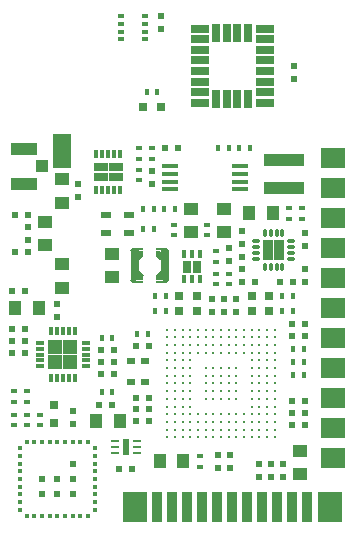
<source format=gts>
G04 #@! TF.FileFunction,Soldermask,Top*
%FSLAX46Y46*%
G04 Gerber Fmt 4.6, Leading zero omitted, Abs format (unit mm)*
G04 Created by KiCad (PCBNEW 4.0.2+dfsg1-stable) date Mo 03 Apr 2017 04:54:38 CEST*
%MOMM*%
G01*
G04 APERTURE LIST*
%ADD10C,0.100000*%
%ADD11R,0.900000X0.500000*%
%ADD12R,2.032000X1.727200*%
%ADD13R,0.600000X0.500000*%
%ADD14R,1.450000X0.450000*%
%ADD15R,0.800000X0.600000*%
%ADD16R,0.500000X0.600000*%
%ADD17R,0.500000X0.350000*%
%ADD18R,0.400000X0.600000*%
%ADD19R,0.600000X0.400000*%
%ADD20O,0.750000X0.300000*%
%ADD21O,0.300000X0.750000*%
%ADD22R,0.900000X0.900000*%
%ADD23R,1.000000X1.250000*%
%ADD24R,0.300000X0.650000*%
%ADD25R,1.240000X0.775000*%
%ADD26R,0.300000X0.400000*%
%ADD27R,0.400000X0.300000*%
%ADD28R,0.500000X0.500000*%
%ADD29R,0.300000X0.730000*%
%ADD30R,0.730000X0.300000*%
%ADD31R,1.250000X1.250000*%
%ADD32R,0.350000X0.650000*%
%ADD33R,0.800000X1.000000*%
%ADD34R,1.250000X1.000000*%
%ADD35R,0.797560X0.797560*%
%ADD36R,0.762000X2.540000*%
%ADD37R,0.889000X0.254000*%
%ADD38R,0.381000X0.444500*%
%ADD39C,0.300000*%
%ADD40R,2.120000X2.500000*%
%ADD41R,0.850000X2.500000*%
%ADD42R,1.600000X0.700000*%
%ADD43R,0.700000X1.600000*%
%ADD44R,1.500000X3.000000*%
%ADD45R,0.700000X0.250000*%
%ADD46R,0.610000X0.710000*%
%ADD47R,2.200000X1.050000*%
%ADD48R,1.050000X1.000000*%
%ADD49R,3.400000X0.980000*%
G04 APERTURE END LIST*
D10*
D11*
X57900000Y-99050000D03*
X57900000Y-97550000D03*
D12*
X75100000Y-118100000D03*
X75100000Y-115560000D03*
X75100000Y-113020000D03*
X75100000Y-110480000D03*
X75100000Y-107940000D03*
X75100000Y-105400000D03*
X75100000Y-102860000D03*
X75100000Y-100320000D03*
X75100000Y-97780000D03*
X75100000Y-95240000D03*
X75100000Y-92700000D03*
D13*
X58150000Y-119000000D03*
X57050000Y-119000000D03*
D14*
X67250000Y-95375000D03*
X67250000Y-94725000D03*
X67250000Y-94075000D03*
X67250000Y-93425000D03*
X61350000Y-93425000D03*
X61350000Y-94075000D03*
X61350000Y-94725000D03*
X61350000Y-95375000D03*
D13*
X58450000Y-108650000D03*
X59550000Y-108650000D03*
D15*
X58000000Y-109900000D03*
X59200000Y-109900000D03*
X58000000Y-111700000D03*
X59200000Y-111700000D03*
D13*
X58450000Y-115000000D03*
X59550000Y-115000000D03*
D16*
X60570000Y-81800000D03*
X60570000Y-80700000D03*
D17*
X59195000Y-82675000D03*
X59195000Y-82025000D03*
X59195000Y-81375000D03*
X59195000Y-80725000D03*
X57145000Y-82675000D03*
X57145000Y-82025000D03*
X57145000Y-81375000D03*
X57145000Y-80725000D03*
D18*
X55550000Y-107950000D03*
X56450000Y-107950000D03*
D19*
X59800000Y-91900000D03*
X59800000Y-92800000D03*
X66300000Y-102500000D03*
X66300000Y-103400000D03*
D16*
X66300000Y-100350000D03*
X66300000Y-101450000D03*
D20*
X68625000Y-99750000D03*
X68625000Y-100250000D03*
X68625000Y-100750000D03*
X68625000Y-101250000D03*
D21*
X69350000Y-101975000D03*
X69850000Y-101975000D03*
X70350000Y-101975000D03*
X70850000Y-101975000D03*
D20*
X71575000Y-101250000D03*
X71575000Y-100750000D03*
X71575000Y-100250000D03*
X71575000Y-99750000D03*
D21*
X70850000Y-99025000D03*
X70350000Y-99025000D03*
X69850000Y-99025000D03*
X69350000Y-99025000D03*
D22*
X70550000Y-100950000D03*
X70550000Y-100050000D03*
X69650000Y-100950000D03*
X69650000Y-100050000D03*
D23*
X70050000Y-97400000D03*
X68050000Y-97400000D03*
D24*
X55100000Y-95450000D03*
X55600000Y-95450000D03*
X56100000Y-95450000D03*
X56600000Y-95450000D03*
X57100000Y-95450000D03*
X57100000Y-92350000D03*
X56600000Y-92350000D03*
X56100000Y-92350000D03*
X55600000Y-92350000D03*
X55100000Y-92350000D03*
D25*
X56720000Y-93512500D03*
X55480000Y-93512500D03*
X56720000Y-94287500D03*
X55480000Y-94287500D03*
D16*
X59800000Y-93800000D03*
X59800000Y-94900000D03*
D19*
X58700000Y-94600000D03*
X58700000Y-93700000D03*
D18*
X59950000Y-98700000D03*
X59050000Y-98700000D03*
D26*
X49200000Y-123050000D03*
X49850000Y-123050000D03*
X50500000Y-123050000D03*
X51150000Y-123050000D03*
X51800000Y-123050000D03*
X52450000Y-123050000D03*
X53100000Y-123050000D03*
X53750000Y-123050000D03*
X54400000Y-123050000D03*
D27*
X54950000Y-121850000D03*
X54950000Y-121200000D03*
X54950000Y-120550000D03*
X54950000Y-119900000D03*
X54950000Y-119250000D03*
X54950000Y-118600000D03*
X54950000Y-117950000D03*
X54950000Y-117300000D03*
D26*
X54400000Y-116750000D03*
D27*
X54950000Y-122500000D03*
D26*
X53750000Y-116750000D03*
X53100000Y-116750000D03*
X52450000Y-116750000D03*
X51800000Y-116750000D03*
X51150000Y-116750000D03*
X50500000Y-116750000D03*
X49850000Y-116750000D03*
X49200000Y-116750000D03*
D27*
X48650000Y-117300000D03*
X48650000Y-117950000D03*
X48650000Y-118600000D03*
X48650000Y-119250000D03*
X48650000Y-119900000D03*
X48650000Y-120550000D03*
X48650000Y-121200000D03*
X48650000Y-121850000D03*
X48650000Y-122500000D03*
D28*
X51800000Y-119900000D03*
X51800000Y-121200000D03*
X50500000Y-119900000D03*
X50500000Y-121200000D03*
X53100000Y-119900000D03*
X53100000Y-121200000D03*
X53100000Y-118600000D03*
D13*
X49050000Y-108200000D03*
X47950000Y-108200000D03*
X71700000Y-107800000D03*
X72800000Y-107800000D03*
D16*
X53100000Y-115250000D03*
X53100000Y-114150000D03*
D19*
X49200000Y-112450000D03*
X49200000Y-113350000D03*
D18*
X60100000Y-104400000D03*
X61000000Y-104400000D03*
D13*
X56550000Y-111000000D03*
X55450000Y-111000000D03*
D19*
X48100000Y-114450000D03*
X48100000Y-115350000D03*
X50300000Y-114450000D03*
X50300000Y-115350000D03*
X48100000Y-112450000D03*
X48100000Y-113350000D03*
D29*
X53250000Y-107385000D03*
X52750000Y-107385000D03*
X52250000Y-107385000D03*
X51750000Y-107385000D03*
X51250000Y-107385000D03*
D30*
X50285000Y-108350000D03*
X50285000Y-108850000D03*
X50285000Y-109350000D03*
X50285000Y-109850000D03*
X50285000Y-110350000D03*
D29*
X51250000Y-111315000D03*
X51750000Y-111315000D03*
X52250000Y-111315000D03*
X52750000Y-111315000D03*
X53250000Y-111315000D03*
D30*
X54215000Y-110350000D03*
X54215000Y-109850000D03*
X54215000Y-109350000D03*
X54215000Y-108850000D03*
X54215000Y-108350000D03*
D31*
X51625000Y-109975000D03*
X52875000Y-109975000D03*
X51625000Y-108725000D03*
X52875000Y-108725000D03*
D32*
X62550000Y-102950000D03*
X63200000Y-102950000D03*
X63850000Y-102950000D03*
X63850000Y-100850000D03*
X63200000Y-100850000D03*
X62550000Y-100850000D03*
D33*
X63600000Y-101900000D03*
X62800000Y-101900000D03*
D13*
X60900000Y-91900000D03*
X62000000Y-91900000D03*
D34*
X63100000Y-99000000D03*
X63100000Y-97000000D03*
X56400000Y-102800000D03*
X56400000Y-100800000D03*
D16*
X67400000Y-99950000D03*
X67400000Y-98850000D03*
X67400000Y-101050000D03*
X67400000Y-102150000D03*
X72800000Y-100150000D03*
X72800000Y-99050000D03*
D13*
X68550000Y-103200000D03*
X67450000Y-103200000D03*
X70650000Y-103200000D03*
X71750000Y-103200000D03*
D16*
X72800000Y-102100000D03*
X72800000Y-103200000D03*
D13*
X49050000Y-107200000D03*
X47950000Y-107200000D03*
X49050000Y-109200000D03*
X47950000Y-109200000D03*
X56550000Y-109000000D03*
X55450000Y-109000000D03*
X49050000Y-104000000D03*
X47950000Y-104000000D03*
D16*
X51750000Y-105050000D03*
X51750000Y-106150000D03*
D13*
X55350000Y-113600000D03*
X56450000Y-113600000D03*
D16*
X68900000Y-118650000D03*
X68900000Y-119750000D03*
X69900000Y-118650000D03*
X69900000Y-119750000D03*
X70900000Y-118650000D03*
X70900000Y-119750000D03*
D13*
X59550000Y-113000000D03*
X58450000Y-113000000D03*
D16*
X64900000Y-105750000D03*
X64900000Y-104650000D03*
D13*
X71700000Y-106800000D03*
X72800000Y-106800000D03*
D16*
X65400000Y-117850000D03*
X65400000Y-118950000D03*
D13*
X71700000Y-114300000D03*
X72800000Y-114300000D03*
D16*
X66900000Y-105750000D03*
X66900000Y-104650000D03*
X66400000Y-117850000D03*
X66400000Y-118950000D03*
D13*
X71700000Y-113300000D03*
X72800000Y-113300000D03*
D16*
X65900000Y-105750000D03*
X65900000Y-104650000D03*
D13*
X58450000Y-114000000D03*
X59550000Y-114000000D03*
X71700000Y-115300000D03*
X72800000Y-115300000D03*
D35*
X69749300Y-105700000D03*
X68250700Y-105700000D03*
X69749300Y-104400000D03*
X68250700Y-104400000D03*
X62100000Y-104400000D03*
X63598600Y-104400000D03*
X62100000Y-105700000D03*
X63598600Y-105700000D03*
X51500000Y-115149300D03*
X51500000Y-113650700D03*
D19*
X58700000Y-92800000D03*
X58700000Y-91900000D03*
X71400000Y-96950000D03*
X71400000Y-97850000D03*
X72500000Y-97850000D03*
X72500000Y-96950000D03*
X64500000Y-98350000D03*
X64500000Y-99250000D03*
X65200000Y-100600000D03*
X65200000Y-101500000D03*
D18*
X71750000Y-105700000D03*
X70850000Y-105700000D03*
X60100000Y-105700000D03*
X61000000Y-105700000D03*
X71750000Y-111100000D03*
X72650000Y-111100000D03*
D11*
X55900000Y-97550000D03*
X55900000Y-99050000D03*
D13*
X56550000Y-110000000D03*
X55450000Y-110000000D03*
D18*
X55550000Y-112550000D03*
X56450000Y-112550000D03*
D34*
X72300000Y-117500000D03*
X72300000Y-119500000D03*
X65900000Y-97000000D03*
X65900000Y-99000000D03*
D18*
X61750000Y-97000000D03*
X60850000Y-97000000D03*
X72650000Y-110000000D03*
X71750000Y-110000000D03*
D36*
X60870000Y-101800000D03*
X58330000Y-101800000D03*
D37*
X60552500Y-103197000D03*
X60552500Y-100403000D03*
X58647500Y-103197000D03*
X58647500Y-100403000D03*
D38*
X60298500Y-100752250D03*
X58901500Y-100752250D03*
X58901500Y-102847750D03*
X60298500Y-102847750D03*
D10*
G36*
X60997000Y-100276038D02*
X61250962Y-100530000D01*
X60997000Y-100783962D01*
X60743038Y-100530000D01*
X60997000Y-100276038D01*
X60997000Y-100276038D01*
G37*
G36*
X60997000Y-102816038D02*
X61250962Y-103070000D01*
X60997000Y-103323962D01*
X60743038Y-103070000D01*
X60997000Y-102816038D01*
X60997000Y-102816038D01*
G37*
G36*
X58203000Y-102816038D02*
X58456962Y-103070000D01*
X58203000Y-103323962D01*
X57949038Y-103070000D01*
X58203000Y-102816038D01*
X58203000Y-102816038D01*
G37*
G36*
X58203000Y-100276038D02*
X58456962Y-100530000D01*
X58203000Y-100783962D01*
X57949038Y-100530000D01*
X58203000Y-100276038D01*
X58203000Y-100276038D01*
G37*
G36*
X60489000Y-100593737D02*
X60869763Y-100974500D01*
X60489000Y-101355263D01*
X60108237Y-100974500D01*
X60489000Y-100593737D01*
X60489000Y-100593737D01*
G37*
G36*
X60489000Y-102244737D02*
X60869763Y-102625500D01*
X60489000Y-103006263D01*
X60108237Y-102625500D01*
X60489000Y-102244737D01*
X60489000Y-102244737D01*
G37*
G36*
X58711000Y-102244737D02*
X59091763Y-102625500D01*
X58711000Y-103006263D01*
X58330237Y-102625500D01*
X58711000Y-102244737D01*
X58711000Y-102244737D01*
G37*
G36*
X58711000Y-100593737D02*
X59091763Y-100974500D01*
X58711000Y-101355263D01*
X58330237Y-100974500D01*
X58711000Y-100593737D01*
X58711000Y-100593737D01*
G37*
D23*
X55100000Y-115000000D03*
X57100000Y-115000000D03*
D18*
X71750000Y-108900000D03*
X72650000Y-108900000D03*
X67200000Y-91900000D03*
X68100000Y-91900000D03*
X65387530Y-91900000D03*
X66287530Y-91900000D03*
D39*
X65650000Y-111800000D03*
X66300000Y-111800000D03*
X66300000Y-112450000D03*
X65650000Y-112450000D03*
X65000000Y-112450000D03*
X65000000Y-111800000D03*
X65000000Y-111150000D03*
X65650000Y-111150000D03*
X66300000Y-111150000D03*
X66950000Y-111150000D03*
X66950000Y-111800000D03*
X66950000Y-112450000D03*
X66950000Y-113100000D03*
X66300000Y-113100000D03*
X65650000Y-113100000D03*
X65000000Y-113100000D03*
X64350000Y-113100000D03*
X64350000Y-112450000D03*
X64350000Y-111800000D03*
X64350000Y-111150000D03*
X64350000Y-110500000D03*
X65000000Y-110500000D03*
X65650000Y-110500000D03*
X66300000Y-110500000D03*
X66950000Y-110500000D03*
X68250000Y-114400000D03*
X68250000Y-113750000D03*
X68250000Y-113100000D03*
X68250000Y-112450000D03*
X68250000Y-111800000D03*
X68250000Y-115050000D03*
X68250000Y-115700000D03*
X68250000Y-116350000D03*
X68900000Y-113100000D03*
X69550000Y-113100000D03*
X70200000Y-113100000D03*
X70200000Y-113750000D03*
X70200000Y-114400000D03*
X70200000Y-115050000D03*
X70200000Y-115700000D03*
X70200000Y-116350000D03*
X69550000Y-116350000D03*
X68900000Y-116350000D03*
X68900000Y-115700000D03*
X69550000Y-115700000D03*
X69550000Y-115050000D03*
X68900000Y-115050000D03*
X68900000Y-114400000D03*
X69550000Y-114400000D03*
X69550000Y-113750000D03*
X68900000Y-113750000D03*
X70200000Y-112450000D03*
X69550000Y-112450000D03*
X68900000Y-112450000D03*
X68900000Y-111800000D03*
X69550000Y-111800000D03*
X70200000Y-111800000D03*
X70200000Y-111150000D03*
X69550000Y-111150000D03*
X68900000Y-111150000D03*
X68250000Y-111150000D03*
X68250000Y-110500000D03*
X68900000Y-110500000D03*
X69550000Y-110500000D03*
X70200000Y-110500000D03*
X70200000Y-109850000D03*
X69550000Y-109850000D03*
X68900000Y-109850000D03*
X68250000Y-109850000D03*
X66950000Y-109200000D03*
X66950000Y-108550000D03*
X66950000Y-107900000D03*
X66950000Y-107250000D03*
X67600000Y-107250000D03*
X68250000Y-107250000D03*
X68900000Y-107250000D03*
X69550000Y-107250000D03*
X70200000Y-107250000D03*
X70200000Y-107900000D03*
X70200000Y-108550000D03*
X70200000Y-109200000D03*
X69550000Y-109200000D03*
X68900000Y-109200000D03*
X68250000Y-109200000D03*
X67600000Y-109200000D03*
X67600000Y-108550000D03*
X67600000Y-107900000D03*
X68250000Y-107900000D03*
X68900000Y-107900000D03*
X69550000Y-107900000D03*
X69550000Y-108550000D03*
X68900000Y-108550000D03*
X68250000Y-108550000D03*
X66300000Y-107250000D03*
X65650000Y-107250000D03*
X63050000Y-110500000D03*
X62400000Y-110500000D03*
X61750000Y-110500000D03*
X61100000Y-110500000D03*
X61100000Y-109850000D03*
X61100000Y-109200000D03*
X61100000Y-108550000D03*
X61100000Y-107900000D03*
X61100000Y-107250000D03*
X61750000Y-107250000D03*
X62400000Y-107250000D03*
X63050000Y-107250000D03*
X63700000Y-107250000D03*
X64350000Y-107250000D03*
X65000000Y-107250000D03*
X66300000Y-107900000D03*
X65650000Y-107900000D03*
X65000000Y-107900000D03*
X64350000Y-107900000D03*
X63700000Y-107900000D03*
X63050000Y-107900000D03*
X62400000Y-107900000D03*
X61750000Y-107900000D03*
X61750000Y-108550000D03*
X62400000Y-108550000D03*
X63700000Y-108550000D03*
X66300000Y-109200000D03*
X65650000Y-109200000D03*
X65000000Y-109200000D03*
X64350000Y-109200000D03*
X63700000Y-109200000D03*
X63050000Y-109200000D03*
X63050000Y-109850000D03*
X62400000Y-109850000D03*
X61750000Y-109850000D03*
X61750000Y-109200000D03*
X62400000Y-109200000D03*
X63050000Y-108550000D03*
X64350000Y-108550000D03*
X65000000Y-108550000D03*
X65650000Y-108550000D03*
X66300000Y-108550000D03*
X63050000Y-111150000D03*
X63050000Y-111800000D03*
X63050000Y-112450000D03*
X63050000Y-113100000D03*
X63050000Y-113750000D03*
X63050000Y-114400000D03*
X63700000Y-114400000D03*
X64350000Y-114400000D03*
X65000000Y-114400000D03*
X67600000Y-114400000D03*
X66950000Y-114400000D03*
X66300000Y-114400000D03*
X65650000Y-114400000D03*
X67600000Y-116350000D03*
X66950000Y-116350000D03*
X66300000Y-116350000D03*
X65650000Y-116350000D03*
X65000000Y-116350000D03*
X64350000Y-116350000D03*
X63700000Y-116350000D03*
X63050000Y-116350000D03*
X62400000Y-116350000D03*
X61750000Y-116350000D03*
X61100000Y-116350000D03*
X61100000Y-115700000D03*
X61100000Y-115050000D03*
X61100000Y-113750000D03*
X61100000Y-114400000D03*
X61100000Y-113100000D03*
X61100000Y-112450000D03*
X61100000Y-111800000D03*
X61100000Y-111150000D03*
X61750000Y-111150000D03*
X61750000Y-111800000D03*
X61750000Y-112450000D03*
X61750000Y-113100000D03*
X61750000Y-113750000D03*
X61750000Y-114400000D03*
X61750000Y-115050000D03*
X61750000Y-115700000D03*
X62400000Y-115700000D03*
X63050000Y-115700000D03*
X63700000Y-115700000D03*
X64350000Y-115700000D03*
X65000000Y-115700000D03*
X65650000Y-115700000D03*
X66950000Y-115700000D03*
X66300000Y-115700000D03*
X67600000Y-115700000D03*
X67600000Y-115050000D03*
X66950000Y-115050000D03*
X66300000Y-115050000D03*
X65650000Y-115050000D03*
X65000000Y-115050000D03*
X64350000Y-115050000D03*
X63700000Y-115050000D03*
X63050000Y-115050000D03*
X62400000Y-115050000D03*
X62400000Y-114400000D03*
X62400000Y-113750000D03*
X62400000Y-113100000D03*
X62400000Y-112450000D03*
X62400000Y-111800000D03*
X62400000Y-111150000D03*
D19*
X61700000Y-99250000D03*
X61700000Y-98350000D03*
D18*
X71750000Y-104400000D03*
X70850000Y-104400000D03*
X58550000Y-107600000D03*
X59450000Y-107600000D03*
D19*
X65200000Y-102500000D03*
X65200000Y-103400000D03*
X49200000Y-114450000D03*
X49200000Y-115350000D03*
X63900000Y-117950000D03*
X63900000Y-118850000D03*
D40*
X74840000Y-122300000D03*
D41*
X72935000Y-122300000D03*
X71665000Y-122300000D03*
X70395000Y-122300000D03*
X69125000Y-122300000D03*
X67855000Y-122300000D03*
X66585000Y-122300000D03*
X65315000Y-122300000D03*
X64045000Y-122300000D03*
X62775000Y-122300000D03*
X61505000Y-122300000D03*
X60235000Y-122300000D03*
D40*
X58330000Y-122300000D03*
D35*
X59070000Y-88400000D03*
X60568600Y-88400000D03*
D18*
X60270000Y-87100000D03*
X59370000Y-87100000D03*
D16*
X71870000Y-84900000D03*
X71870000Y-86000000D03*
D42*
X63835000Y-81750000D03*
X63835000Y-82650000D03*
X63835000Y-83550000D03*
X63835000Y-84450000D03*
X63835000Y-85350000D03*
X63835000Y-86250000D03*
X63835000Y-87150000D03*
X63835000Y-88050000D03*
D43*
X65235000Y-87700000D03*
X66135000Y-87700000D03*
X67035000Y-87700000D03*
X67935000Y-87700000D03*
D42*
X69335000Y-88050000D03*
X69335000Y-87150000D03*
X69335000Y-86250000D03*
X69335000Y-85350000D03*
X69335000Y-84450000D03*
X69335000Y-83550000D03*
X69335000Y-82650000D03*
X69335000Y-81750000D03*
D43*
X67935000Y-82100000D03*
X67035000Y-82100000D03*
X66135000Y-82100000D03*
X65235000Y-82100000D03*
D16*
X49350000Y-99650000D03*
X49350000Y-98550000D03*
D13*
X49300000Y-97500000D03*
X48200000Y-97500000D03*
D16*
X53550000Y-96050000D03*
X53550000Y-94950000D03*
D23*
X50200000Y-105400000D03*
X48200000Y-105400000D03*
D34*
X52150000Y-101700000D03*
X52150000Y-103700000D03*
X50750000Y-98100000D03*
X50750000Y-100100000D03*
X52150000Y-94500000D03*
X52150000Y-96500000D03*
D13*
X49300000Y-100700000D03*
X48200000Y-100700000D03*
D44*
X52150000Y-92150000D03*
D23*
X60450000Y-118400000D03*
X62450000Y-118400000D03*
D45*
X58525000Y-117700000D03*
X58525000Y-117200000D03*
X58525000Y-116700000D03*
X56675000Y-116700000D03*
X56675000Y-117200000D03*
X56675000Y-117700000D03*
D46*
X57600000Y-116845000D03*
X57600000Y-117555000D03*
D47*
X49000000Y-91925000D03*
X49000000Y-94875000D03*
D48*
X50525000Y-93400000D03*
D18*
X59950000Y-97000000D03*
X59050000Y-97000000D03*
D49*
X71000000Y-92915000D03*
X71000000Y-95285000D03*
M02*

</source>
